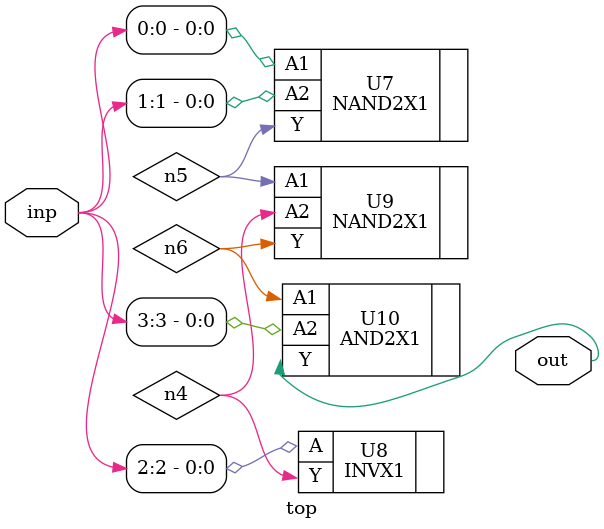
<source format=sv>


module top ( inp, out );
  input [3:0] inp;
  output out;
  wire   n4, n5, n6;

  NAND2X1 U7 ( .A1(inp[0]), .A2(inp[1]), .Y(n5) );
  INVX1 U8 ( .A(inp[2]), .Y(n4) );
  NAND2X1 U9 ( .A1(n5), .A2(n4), .Y(n6) );
  AND2X1 U10 ( .A1(n6), .A2(inp[3]), .Y(out) );
endmodule


</source>
